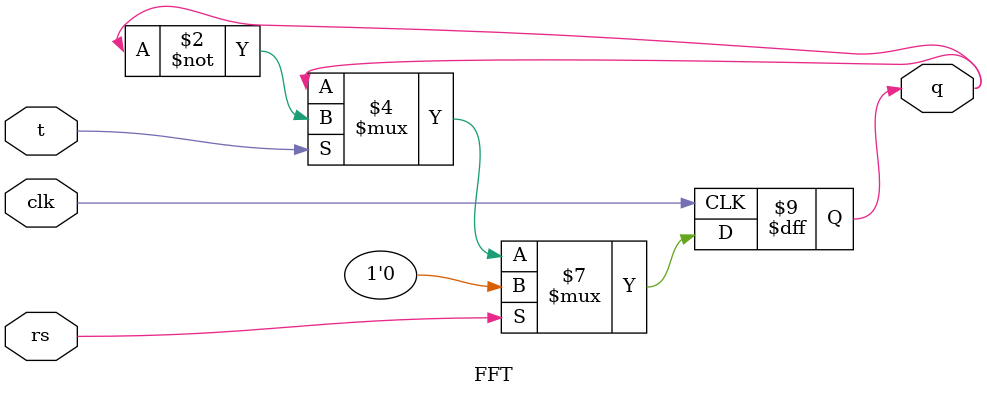
<source format=v>
`timescale 1ns / 1ps
module FFT(
input t, clk, rs,
output reg q );
always @(negedge clk)
begin
if (rs)
q <= 1'b0;
else
if (t)
q <= ~q;
else 
q <= q;
end
endmodule

</source>
